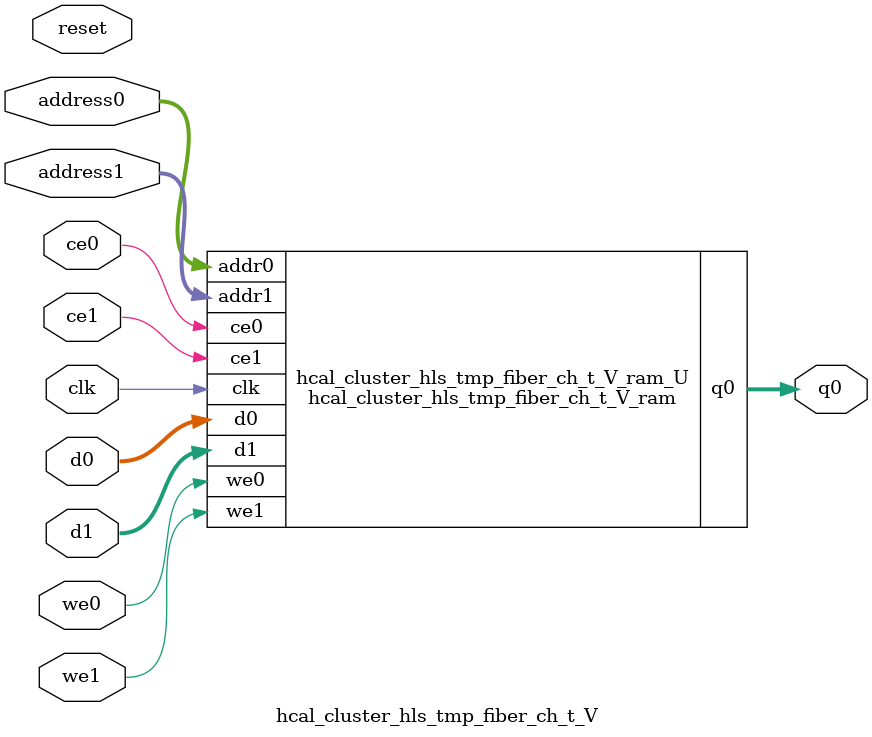
<source format=v>
`timescale 1 ns / 1 ps
module hcal_cluster_hls_tmp_fiber_ch_t_V_ram (addr0, ce0, d0, we0, q0, addr1, ce1, d1, we1,  clk);

parameter DWIDTH = 3;
parameter AWIDTH = 5;
parameter MEM_SIZE = 32;

input[AWIDTH-1:0] addr0;
input ce0;
input[DWIDTH-1:0] d0;
input we0;
output reg[DWIDTH-1:0] q0;
input[AWIDTH-1:0] addr1;
input ce1;
input[DWIDTH-1:0] d1;
input we1;
input clk;

reg [DWIDTH-1:0] ram[0:MEM_SIZE-1];




always @(posedge clk)  
begin 
    if (ce0) begin
        if (we0) 
            ram[addr0] <= d0; 
        q0 <= ram[addr0];
    end
end


always @(posedge clk)  
begin 
    if (ce1) begin
        if (we1) 
            ram[addr1] <= d1; 
    end
end


endmodule

`timescale 1 ns / 1 ps
module hcal_cluster_hls_tmp_fiber_ch_t_V(
    reset,
    clk,
    address0,
    ce0,
    we0,
    d0,
    q0,
    address1,
    ce1,
    we1,
    d1);

parameter DataWidth = 32'd3;
parameter AddressRange = 32'd32;
parameter AddressWidth = 32'd5;
input reset;
input clk;
input[AddressWidth - 1:0] address0;
input ce0;
input we0;
input[DataWidth - 1:0] d0;
output[DataWidth - 1:0] q0;
input[AddressWidth - 1:0] address1;
input ce1;
input we1;
input[DataWidth - 1:0] d1;



hcal_cluster_hls_tmp_fiber_ch_t_V_ram hcal_cluster_hls_tmp_fiber_ch_t_V_ram_U(
    .clk( clk ),
    .addr0( address0 ),
    .ce0( ce0 ),
    .we0( we0 ),
    .d0( d0 ),
    .q0( q0 ),
    .addr1( address1 ),
    .ce1( ce1 ),
    .we1( we1 ),
    .d1( d1 ));

endmodule


</source>
